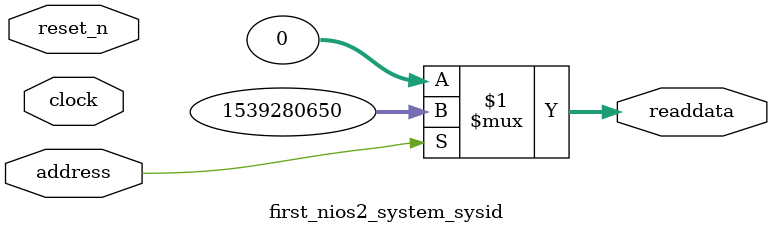
<source format=v>

`timescale 1ns / 1ps
// synthesis translate_on

// turn off superfluous verilog processor warnings 
// altera message_level Level1 
// altera message_off 10034 10035 10036 10037 10230 10240 10030 

module first_nios2_system_sysid (
               // inputs:
                address,
                clock,
                reset_n,

               // outputs:
                readdata
             )
;

  output  [ 31: 0] readdata;
  input            address;
  input            clock;
  input            reset_n;

  wire    [ 31: 0] readdata;
  //control_slave, which is an e_avalon_slave
  assign readdata = address ? 1539280650 : 0;

endmodule




</source>
